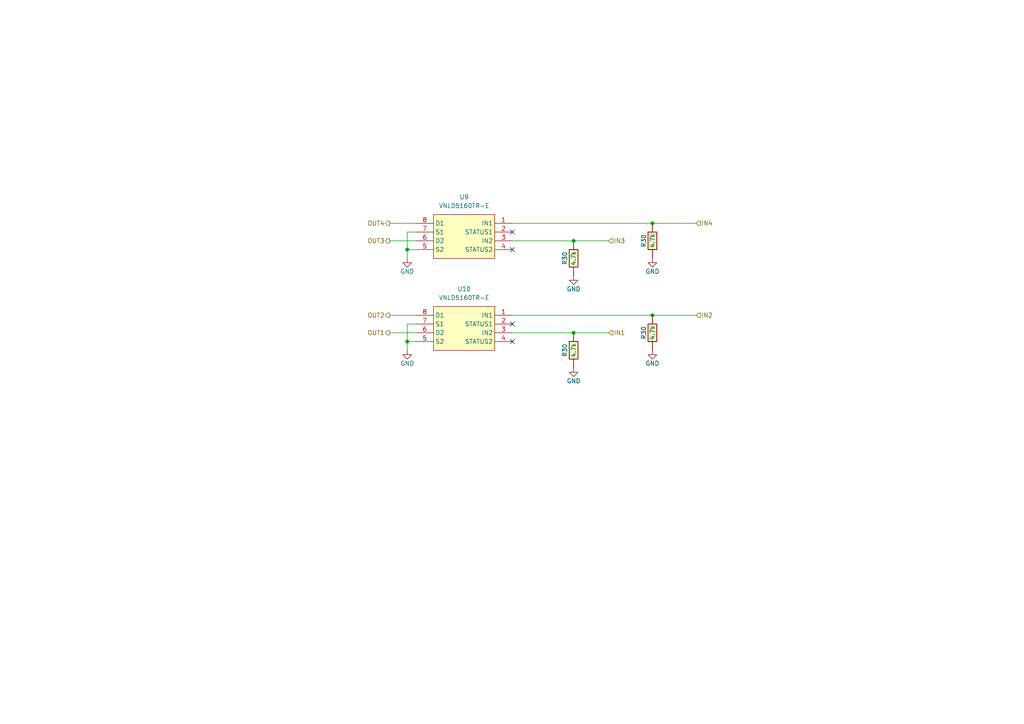
<source format=kicad_sch>
(kicad_sch (version 20250114) (generator "eeschema") (generator_version "9.0")
  (paper "A4")
  (title_block (title "UA4EFI") (date "2025-04-30") (rev "A"))
  (lib_symbols
    (symbol "chips:VNLD5160"
      (property "Reference" "U" (at 6.35 3.81 0))
      (property "Value" "VNLD5160TR-E" (at 12.7 -11.43 0))
      (symbol "VNLD5160_1_1"
        (rectangle (start 5.08 2.54) (end 22.86 -10.16) (fill (type background)))
        (pin input line (at 0 0 0) (length 5.08) (name "IN1") (number "1"))
        (pin open_collector line (at 0 -2.54 0) (length 5.08) (name "STATUS1") (number "2"))
        (pin input line (at 0 -5.08 0) (length 5.08) (name "IN2") (number "3"))
        (pin open_collector line (at 0 -7.62 0) (length 5.08) (name "STATUS2") (number "4"))
        (pin power_out line (at 27.94 0 180) (length 5.08) (name "D1") (number "8"))
        (pin power_in line (at 27.94 -2.54 180) (length 5.08) (name "S1") (number "7"))
        (pin power_out line (at 27.94 -5.08 180) (length 5.08) (name "D2") (number "6"))
        (pin power_in line (at 27.94 -7.62 180) (length 5.08) (name "S2") (number "5"))
      )
    )
    (symbol "hellen-one-common:Res" (pin_numbers (hide yes))
      (property "Reference" "R" (at 3.81 2.54 0))
      (property "Value" "Res" (at 5.08 -2.54 0))
      (symbol "Res_1_0"
        (rectangle (start 2.54 -1.27) (end 7.62 1.27) (stroke (width 0.254)) (fill (type background)))
        (pin passive line (at 0 0 0) (length 2.54) (name "") (number "1"))
        (pin passive line (at 10.16 0 180) (length 2.54) (name "") (number "2"))
      )
    )
    (symbol "power:GND" (power) (pin_numbers (hide yes)) (pin_names (offset 0) (hide yes))
      (property "Value" "GND" (at 0 -3.81 0))
      (symbol "GND_0_1"
        (polyline (pts (xy 0 0) (xy 0 -1.27) (xy 1.27 -1.27) (xy 0 -2.54) (xy -1.27 -1.27) (xy 0 -1.27)))
      )
      (symbol "GND_1_1"
        (pin power_in line (at 0 0 270) (length 0) (name "~") (number "1"))
      )
    )
  )
  (junction (at 189.23 91.44))
  (junction (at 166.37 96.52))
  (junction (at 166.37 69.85))
  (junction (at 118.11 72.39))
  (junction (at 189.23 64.77))
  (junction (at 118.11 99.06))
  (no_connect (at 148.59 93.98))
  (no_connect (at 148.59 72.39))
  (no_connect (at 148.59 99.06))
  (no_connect (at 148.59 67.31))
  (wire (pts (xy 118.11 99.06) (xy 118.11 93.98)))
  (wire (pts (xy 118.11 101.6) (xy 118.11 99.06)))
  (wire (pts (xy 113.03 69.85) (xy 120.65 69.85)))
  (wire (pts (xy 118.11 72.39) (xy 118.11 67.31)))
  (wire (pts (xy 148.59 64.77) (xy 189.23 64.77)))
  (wire (pts (xy 113.03 64.77) (xy 120.65 64.77)))
  (wire (pts (xy 118.11 67.31) (xy 120.65 67.31)))
  (wire (pts (xy 148.59 69.85) (xy 166.37 69.85)))
  (wire (pts (xy 166.37 96.52) (xy 176.53 96.52)))
  (wire (pts (xy 118.11 99.06) (xy 120.65 99.06)))
  (wire (pts (xy 189.23 64.77) (xy 201.93 64.77)))
  (wire (pts (xy 189.23 91.44) (xy 201.93 91.44)))
  (wire (pts (xy 113.03 96.52) (xy 120.65 96.52)))
  (wire (pts (xy 118.11 72.39) (xy 120.65 72.39)))
  (wire (pts (xy 166.37 69.85) (xy 176.53 69.85)))
  (wire (pts (xy 113.03 91.44) (xy 120.65 91.44)))
  (wire (pts (xy 118.11 74.93) (xy 118.11 72.39)))
  (wire (pts (xy 148.59 96.52) (xy 166.37 96.52)))
  (wire (pts (xy 118.11 93.98) (xy 120.65 93.98)))
  (wire (pts (xy 148.59 91.44) (xy 189.23 91.44)))
  (hierarchical_label "OUT3" (shape output) (at 113.03 69.85 180))
  (hierarchical_label "OUT1" (shape output) (at 113.03 96.52 180))
  (hierarchical_label "IN4" (shape input) (at 201.93 64.77 0))
  (hierarchical_label "IN2" (shape input) (at 201.93 91.44 0))
  (hierarchical_label "IN1" (shape input) (at 176.53 96.52 0))
  (hierarchical_label "IN3" (shape input) (at 176.53 69.85 0))
  (hierarchical_label "OUT2" (shape output) (at 113.03 91.44 180))
  (hierarchical_label "OUT4" (shape output) (at 113.03 64.77 180))
  (symbol (lib_id "power:GND") (at 166.37 80.01 0) (unit 1)
    (property "Reference" "#PWR072" (effects (hide yes)))
    (property "Value" "GND" (at 166.37 83.82 0))
    (property "Description" "Power symbol creates a global label with name \"GND\" , ground" (effects (hide yes)))
  )
  (symbol (lib_id "power:GND") (at 118.11 101.6 0) (mirror y) (unit 1)
    (property "Reference" "#PWR068" (effects (hide yes)))
    (property "Value" "GND" (at 118.11 105.41 0))
    (property "Description" "Power symbol creates a global label with name \"GND\" , ground" (effects (hide yes)))
  )
  (symbol (lib_id "chips:VNLD5160") (at 148.59 64.77 0) (mirror y) (unit 1)
    (property "Reference" "U9" (at 134.62 57.15 0))
    (property "Value" "VNLD5160TR-E" (at 134.62 59.69 0))
    (property "Footprint" "Package_SO:SOIC-8_3.9x4.9mm_P1.27mm" (effects (hide yes)))
    (property "LCSC" "C377942" (effects (hide yes)))
  )
  (symbol (lib_id "hellen-one-common:Res") (at 166.37 80.01 90) (unit 1)
    (property "Reference" "R31" (at 163.83 74.93 0))
    (property "Value" "4.7k" (at 166.37 74.93 0))
    (property "Footprint" "kicad6-libraries:R0603" (effects (hide yes)))
    (property "LCSC" "C23162" (effects (hide yes)))
    (instances (project "alphax_8ch" (path "" (reference "R30") (unit 1)) (path "" (reference "R67") (unit 1))) (project "uaefi" (path "" (reference "R31") (unit 1))))
  )
  (symbol (lib_id "chips:VNLD5160") (at 148.59 91.44 0) (mirror y) (unit 1)
    (property "Reference" "U10" (at 134.62 83.82 0))
    (property "Value" "VNLD5160TR-E" (at 134.62 86.36 0))
    (property "Footprint" "Package_SO:SOIC-8_3.9x4.9mm_P1.27mm" (effects (hide yes)))
    (property "LCSC" "C377942" (effects (hide yes)))
  )
  (symbol (lib_id "power:GND") (at 166.37 106.68 0) (unit 1)
    (property "Reference" "#PWR0145" (effects (hide yes)))
    (property "Value" "GND" (at 166.37 110.49 0))
    (property "Description" "Power symbol creates a global label with name \"GND\" , ground" (effects (hide yes)))
  )
  (symbol (lib_id "power:GND") (at 189.23 74.93 0) (unit 1)
    (property "Reference" "#PWR0143" (effects (hide yes)))
    (property "Value" "GND" (at 189.23 78.74 0))
    (property "Description" "Power symbol creates a global label with name \"GND\" , ground" (effects (hide yes)))
  )
  (symbol (lib_id "power:GND") (at 189.23 101.6 0) (unit 1)
    (property "Reference" "#PWR0144" (effects (hide yes)))
    (property "Value" "GND" (at 189.23 105.41 0))
    (property "Description" "Power symbol creates a global label with name \"GND\" , ground" (effects (hide yes)))
  )
  (symbol (lib_id "hellen-one-common:Res") (at 189.23 101.6 90) (unit 1)
    (property "Reference" "R30" (at 186.69 96.52 0))
    (property "Value" "4.7k" (at 189.23 96.52 0))
    (property "Footprint" "kicad6-libraries:R0603" (effects (hide yes)))
    (property "LCSC" "C23162" (effects (hide yes)))
    (instances (project "alphax_8ch" (path "" (reference "R30") (unit 1)) (path "" (reference "R67") (unit 1))) (project "uaefi" (path "" (reference "R30") (unit 1))))
  )
  (symbol (lib_id "hellen-one-common:Res") (at 189.23 74.93 90) (unit 1)
    (property "Reference" "R32" (at 186.69 69.85 0))
    (property "Value" "4.7k" (at 189.23 69.85 0))
    (property "Footprint" "kicad6-libraries:R0603" (effects (hide yes)))
    (property "LCSC" "C23162" (effects (hide yes)))
    (instances (project "alphax_8ch" (path "" (reference "R30") (unit 1)) (path "" (reference "R67") (unit 1))) (project "uaefi" (path "" (reference "R32") (unit 1))))
  )
  (symbol (lib_id "hellen-one-common:Res") (at 166.37 106.68 90) (unit 1)
    (property "Reference" "R29" (at 163.83 101.6 0))
    (property "Value" "4.7k" (at 166.37 101.6 0))
    (property "Footprint" "kicad6-libraries:R0603" (effects (hide yes)))
    (property "LCSC" "C23162" (effects (hide yes)))
    (instances (project "alphax_8ch" (path "" (reference "R30") (unit 1)) (path "" (reference "R67") (unit 1))) (project "uaefi" (path "" (reference "R29") (unit 1))))
  )
  (symbol (lib_id "power:GND") (at 118.11 74.93 0) (mirror y) (unit 1)
    (property "Reference" "#PWR067" (effects (hide yes)))
    (property "Value" "GND" (at 118.11 78.74 0))
    (property "Description" "Power symbol creates a global label with name \"GND\" , ground" (effects (hide yes)))
  )
)
</source>
